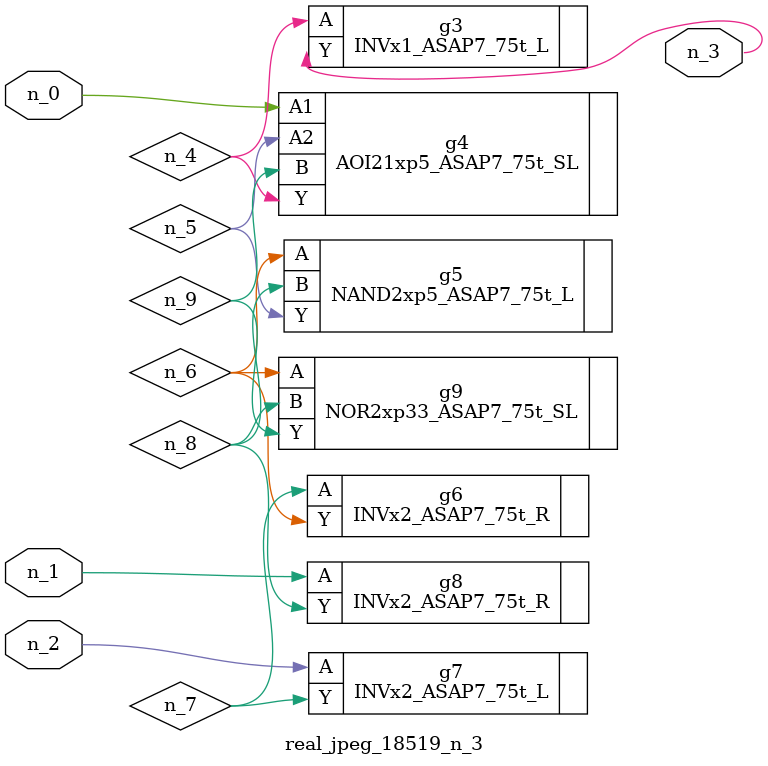
<source format=v>
module real_jpeg_18519_n_3 (n_1, n_0, n_2, n_3);

input n_1;
input n_0;
input n_2;

output n_3;

wire n_5;
wire n_4;
wire n_8;
wire n_6;
wire n_7;
wire n_9;

AOI21xp5_ASAP7_75t_SL g4 ( 
.A1(n_0),
.A2(n_5),
.B(n_9),
.Y(n_4)
);

INVx2_ASAP7_75t_R g8 ( 
.A(n_1),
.Y(n_8)
);

INVx2_ASAP7_75t_L g7 ( 
.A(n_2),
.Y(n_7)
);

INVx1_ASAP7_75t_L g3 ( 
.A(n_4),
.Y(n_3)
);

NAND2xp5_ASAP7_75t_L g5 ( 
.A(n_6),
.B(n_8),
.Y(n_5)
);

NOR2xp33_ASAP7_75t_SL g9 ( 
.A(n_6),
.B(n_8),
.Y(n_9)
);

INVx2_ASAP7_75t_R g6 ( 
.A(n_7),
.Y(n_6)
);


endmodule
</source>
